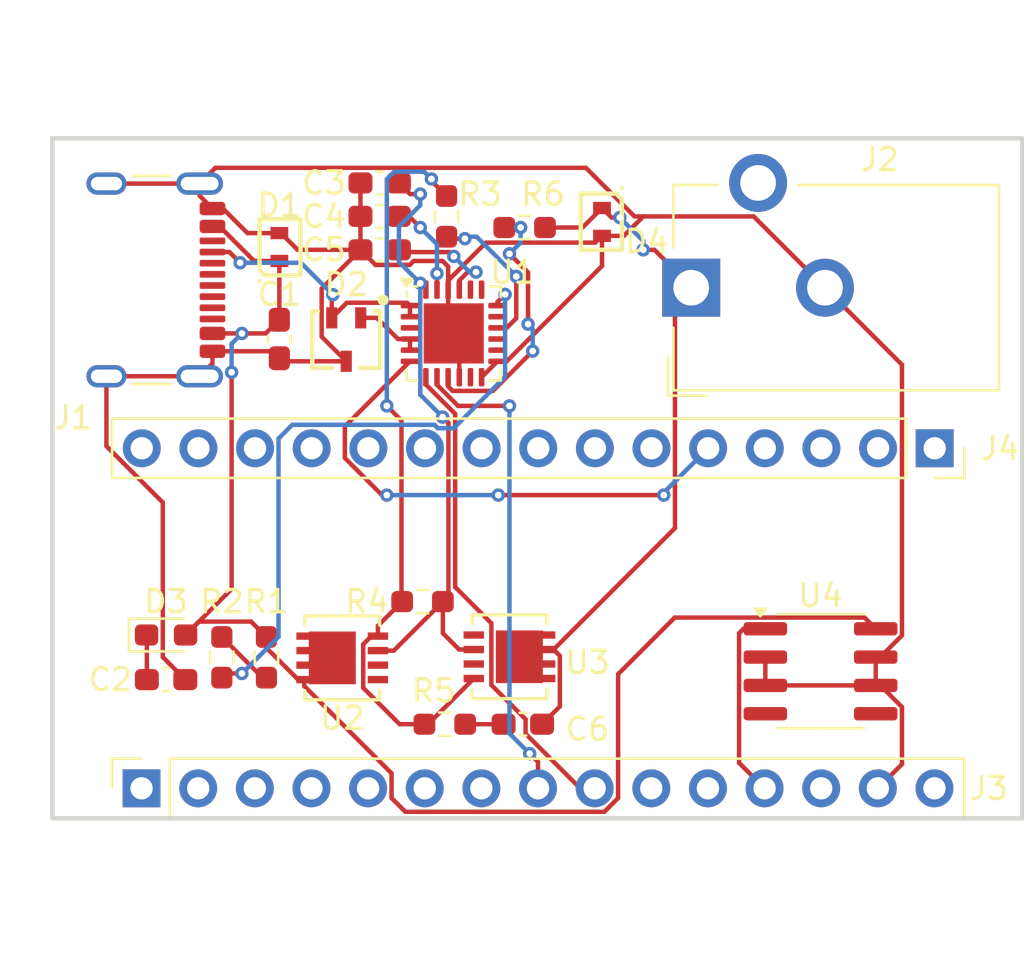
<source format=kicad_pcb>
(kicad_pcb (version 20241229) (generator "pcbnew") (generator_version "9.0")
  (layers (0 "F.Cu" signal) (2 "B.Cu" signal) (13 "F.Paste" user) (15 "B.Paste" user) (5 "F.SilkS" user "F.Silkscreen") (7 "B.SilkS" user "B.Silkscreen") (1 "F.Mask" user) (3 "B.Mask" user) (25 "Edge.Cuts" user))
  (net 0 "")
  (net 1 "Net-(A1-+5V)")
  (net 2 "GND")
  (net 3 "Net-(D1-K)")
  (net 4 "Net-(D3-K)")
  (net 5 "Net-(U1-VDD)")
  (net 6 "Net-(U1-VREG_2V7)")
  (net 7 "Net-(U1-VREG_1V2)")
  (net 8 "Net-(D4-K)")
  (net 9 "Net-(C6-Pad1)")
  (net 10 "Net-(J1-CC2)")
  (net 11 "Net-(J1-CC1)")
  (net 12 "Net-(R1-Pad2)")
  (net 13 "Net-(U1-VBUS_VS_DISCH)")
  (net 14 "Net-(U1-VBUS_EN_SNK)")
  (net 15 "Net-(U2-G)")
  (net 16 "Net-(U1-DISCH)")
  (net 58 "Net-(A1-D2)")
  (net 59 "Net-(A1-A4)")
  (net 60 "Net-(A1-A5)")
  (footprint "STL6P3LLH6:POWERFLAT_3P3X3P3_STM" (layer "F.Cu") (at 151.5 100.3 180)
    (property "Reference" "U2" (at 0 -2.7 0) (layer "F.SilkS"))
    (property "Value" "STL6P3LLH6" (hide yes))
    (fp_poly (pts (xy 1.4986 -1.1811) (xy -0.6096 -1.1811) (xy -0.6096 1.1811) (xy 1.4986 1.1811)) (fill yes) (layer "F.Cu"))
    (pad "1" smd rect (at -1.6002 -0.974999 180) (size 0.9144 0.3302) (layers "F.Cu" "F.Mask" "F.Paste"))
    (pad "2" smd rect (at -1.6002 -0.325001 180) (size 0.9144 0.3302) (layers "F.Cu" "F.Mask" "F.Paste"))
    (pad "3" smd rect (at -1.6002 0.325001 180) (size 0.9144 0.3302) (layers "F.Cu" "F.Mask" "F.Paste") (net 5 "Net-(U1-VDD)"))
    (pad "4" smd rect (at -1.6002 0.974999 180) (size 0.9144 0.3302) (layers "F.Cu" "F.Mask" "F.Paste") (net 15 "Net-(U2-G)"))
    (pad "5" smd rect (at 1.6002 0.974999 180) (size 0.9144 0.3302) (layers "F.Cu" "F.Mask" "F.Paste"))
    (pad "6" smd rect (at 1.6002 0.325001 180) (size 0.9144 0.3302) (layers "F.Cu" "F.Mask" "F.Paste"))
    (pad "7" smd rect (at 1.6002 -0.325001 180) (size 0.9144 0.3302) (layers "F.Cu" "F.Mask" "F.Paste"))
    (pad "8" smd rect (at 1.6002 -0.974999 180) (size 0.9144 0.3302) (layers "F.Cu" "F.Mask" "F.Paste") (net 3 "Net-(D1-K)"))
  )
  (footprint "Connector_PinSocket_2.54mm:PinSocket_1x15_P2.54mm_Vertical" (layer "F.Cu") (at 142.5 106.15 90)
    (property "Reference" "J3" (at 0 38 180) (layer "F.SilkS"))
    (property "Value" "Conn_01x15_Socket")
    (pad "1" thru_hole rect (at 0 0 90) (size 1.7 1.7) (drill 1) (layers "*.Cu" "*.Mask"))
    (pad "2" thru_hole circle (at 0 2.54 90) (size 1.7 1.7) (drill 1) (layers "*.Cu" "*.Mask"))
    (pad "3" thru_hole circle (at 0 5.08 90) (size 1.7 1.7) (drill 1) (layers "*.Cu" "*.Mask"))
    (pad "4" thru_hole circle (at 0 7.62 90) (size 1.7 1.7) (drill 1) (layers "*.Cu" "*.Mask"))
    (pad "5" thru_hole circle (at 0 10.16 90) (size 1.7 1.7) (drill 1) (layers "*.Cu" "*.Mask"))
    (pad "6" thru_hole circle (at 0 12.7 90) (size 1.7 1.7) (drill 1) (layers "*.Cu" "*.Mask"))
    (pad "7" thru_hole circle (at 0 15.24 90) (size 1.7 1.7) (drill 1) (layers "*.Cu" "*.Mask"))
    (pad "8" thru_hole circle (at 0 17.78 90) (size 1.7 1.7) (drill 1) (layers "*.Cu" "*.Mask") (net 59 "Net-(A1-A4)"))
    (pad "9" thru_hole circle (at 0 20.32 90) (size 1.7 1.7) (drill 1) (layers "*.Cu" "*.Mask") (net 60 "Net-(A1-A5)"))
    (pad "10" thru_hole circle (at 0 22.86 90) (size 1.7 1.7) (drill 1) (layers "*.Cu" "*.Mask"))
    (pad "11" thru_hole circle (at 0 25.4 90) (size 1.7 1.7) (drill 1) (layers "*.Cu" "*.Mask"))
    (pad "12" thru_hole circle (at 0 27.94 90) (size 1.7 1.7) (drill 1) (layers "*.Cu" "*.Mask") (net 1 "Net-(A1-+5V)"))
    (pad "13" thru_hole circle (at 0 30.48 90) (size 1.7 1.7) (drill 1) (layers "*.Cu" "*.Mask"))
    (pad "14" thru_hole circle (at 0 33.02 90) (size 1.7 1.7) (drill 1) (layers "*.Cu" "*.Mask") (net 2 "GND"))
    (pad "15" thru_hole circle (at 0 35.56 90) (size 1.7 1.7) (drill 1) (layers "*.Cu" "*.Mask"))
  )
  (footprint "Capacitor_SMD:C_0603_1608Metric_Pad1.08x0.95mm_HandSolder" (layer "F.Cu") (at 143.6002 101.274999)
    (property "Reference" "C2" (at -2.5 0 0) (layer "F.SilkS"))
    (property "Value" "1μF")
    (pad "1" smd roundrect (at -0.8625 0) (size 1.075 0.95) (layers "F.Cu" "F.Mask" "F.Paste") (net 4 "Net-(D3-K)"))
    (pad "2" smd roundrect (at 0.8625 0) (size 1.075 0.95) (layers "F.Cu" "F.Mask" "F.Paste") (net 2 "GND"))
  )
  (footprint "ST_1610:ST_1610" (layer "F.Cu") (at 148.68 81.875 90)
    (property "Reference" "D1" (at 1.875 0 180) (layer "F.SilkS"))
    (property "Value" "ESDA25P35-1U1M" (hide yes))
    (pad "1" smd rect (at -0.625 0 90) (size 0.55 0.8) (layers "F.Cu" "F.Mask" "F.Paste") (net 3 "Net-(D1-K)"))
    (pad "2" smd rect (at 0.625 0 90) (size 0.55 0.8) (layers "F.Cu" "F.Mask" "F.Paste") (net 2 "GND"))
  )
  (footprint "Resistor_SMD:R_0603_1608Metric_Pad0.98x0.95mm_HandSolder" (layer "F.Cu") (at 148.1002 100.274999 -90)
    (property "Reference" "R1" (at -2.5 0 180) (layer "F.SilkS"))
    (property "Value" "470R")
    (pad "1" smd roundrect (at -0.9125 0 270) (size 0.975 0.95) (layers "F.Cu" "F.Mask" "F.Paste") (net 3 "Net-(D1-K)"))
    (pad "2" smd roundrect (at 0.9125 0 270) (size 0.975 0.95) (layers "F.Cu" "F.Mask" "F.Paste") (net 12 "Net-(R1-Pad2)"))
  )
  (footprint "STL6P3LLH6:POWERFLAT_3P3X3P3_STM" (layer "F.Cu") (at 159 100.249998)
    (property "Reference" "U3" (at 3.5 0.250002 0) (layer "F.SilkS"))
    (property "Value" "STL6P3LLH6")
    (fp_poly (pts (xy 1.4986 -1.1811) (xy -0.6096 -1.1811) (xy -0.6096 1.1811) (xy 1.4986 1.1811)) (fill yes) (layer "F.Cu"))
    (pad "1" smd rect (at -1.6002 -0.974999) (size 0.9144 0.3302) (layers "F.Cu" "F.Mask" "F.Paste"))
    (pad "2" smd rect (at -1.6002 -0.325001) (size 0.9144 0.3302) (layers "F.Cu" "F.Mask" "F.Paste") (net 5 "Net-(U1-VDD)"))
    (pad "3" smd rect (at -1.6002 0.325001) (size 0.9144 0.3302) (layers "F.Cu" "F.Mask" "F.Paste"))
    (pad "4" smd rect (at -1.6002 0.974999) (size 0.9144 0.3302) (layers "F.Cu" "F.Mask" "F.Paste") (net 15 "Net-(U2-G)"))
    (pad "5" smd rect (at 1.6002 0.974999) (size 0.9144 0.3302) (layers "F.Cu" "F.Mask" "F.Paste"))
    (pad "6" smd rect (at 1.6002 0.325001) (size 0.9144 0.3302) (layers "F.Cu" "F.Mask" "F.Paste"))
    (pad "7" smd rect (at 1.6002 -0.325001) (size 0.9144 0.3302) (layers "F.Cu" "F.Mask" "F.Paste") (net 8 "Net-(D4-K)"))
    (pad "8" smd rect (at 1.6002 -0.974999) (size 0.9144 0.3302) (layers "F.Cu" "F.Mask" "F.Paste"))
  )
  (footprint "Package_DFN_QFN:QFN-24-1EP_4x4mm_P0.5mm_EP2.7x2.7mm" (layer "F.Cu") (at 156.5 85.75)
    (property "Reference" "U1" (at 2.6425 -2.75 0) (layer "F.SilkS"))
    (property "Value" "STUSB4500QTR")
    (pad "1" smd roundrect (at -1.9625 -1.25) (size 0.825 0.25) (layers "F.Cu" "F.Mask" "F.Paste") (net 11 "Net-(J1-CC1)"))
    (pad "2" smd roundrect (at -1.9625 -0.75) (size 0.825 0.25) (layers "F.Cu" "F.Mask" "F.Paste") (net 11 "Net-(J1-CC1)"))
    (pad "3" smd roundrect (at -1.9625 -0.25) (size 0.825 0.25) (layers "F.Cu" "F.Mask" "F.Paste"))
    (pad "4" smd roundrect (at -1.9625 0.25) (size 0.825 0.25) (layers "F.Cu" "F.Mask" "F.Paste") (net 10 "Net-(J1-CC2)"))
    (pad "5" smd roundrect (at -1.9625 0.75) (size 0.825 0.25) (layers "F.Cu" "F.Mask" "F.Paste") (net 10 "Net-(J1-CC2)"))
    (pad "6" smd roundrect (at -1.9625 1.25) (size 0.825 0.25) (layers "F.Cu" "F.Mask" "F.Paste") (net 58 "Net-(A1-D2)"))
    (pad "7" smd roundrect (at -1.25 1.9625) (size 0.25 0.825) (layers "F.Cu" "F.Mask" "F.Paste") (net 60 "Net-(A1-A5)"))
    (pad "8" smd roundrect (at -0.75 1.9625) (size 0.25 0.825) (layers "F.Cu" "F.Mask" "F.Paste") (net 59 "Net-(A1-A4)"))
    (pad "9" smd roundrect (at -0.25 1.9625) (size 0.25 0.825) (layers "F.Cu" "F.Mask" "F.Paste") (net 16 "Net-(U1-DISCH)"))
    (pad "10" smd roundrect (at 0.25 1.9625) (size 0.25 0.825) (layers "F.Cu" "F.Mask" "F.Paste") (net 2 "GND"))
    (pad "11" smd roundrect (at 0.75 1.9625) (size 0.25 0.825) (layers "F.Cu" "F.Mask" "F.Paste"))
    (pad "12" smd roundrect (at 1.25 1.9625) (size 0.25 0.825) (layers "F.Cu" "F.Mask" "F.Paste") (net 2 "GND"))
    (pad "13" smd roundrect (at 1.9625 1.25) (size 0.825 0.25) (layers "F.Cu" "F.Mask" "F.Paste") (net 2 "GND"))
    (pad "14" smd roundrect (at 1.9625 0.75) (size 0.825 0.25) (layers "F.Cu" "F.Mask" "F.Paste"))
    (pad "15" smd roundrect (at 1.9625 0.25) (size 0.825 0.25) (layers "F.Cu" "F.Mask" "F.Paste"))
    (pad "16" smd roundrect (at 1.9625 -0.25) (size 0.825 0.25) (layers "F.Cu" "F.Mask" "F.Paste") (net 14 "Net-(U1-VBUS_EN_SNK)"))
    (pad "17" smd roundrect (at 1.9625 -0.75) (size 0.825 0.25) (layers "F.Cu" "F.Mask" "F.Paste"))
    (pad "18" smd roundrect (at 1.9625 -1.25) (size 0.825 0.25) (layers "F.Cu" "F.Mask" "F.Paste") (net 13 "Net-(U1-VBUS_VS_DISCH)"))
    (pad "19" smd roundrect (at 1.25 -1.9625) (size 0.25 0.825) (layers "F.Cu" "F.Mask" "F.Paste"))
    (pad "20" smd roundrect (at 0.75 -1.9625) (size 0.25 0.825) (layers "F.Cu" "F.Mask" "F.Paste"))
    (pad "21" smd roundrect (at 0.25 -1.9625) (size 0.25 0.825) (layers "F.Cu" "F.Mask" "F.Paste") (net 7 "Net-(U1-VREG_1V2)"))
    (pad "22" smd roundrect (at -0.25 -1.9625) (size 0.25 0.825) (layers "F.Cu" "F.Mask" "F.Paste") (net 2 "GND"))
    (pad "23" smd roundrect (at -0.75 -1.9625) (size 0.25 0.825) (layers "F.Cu" "F.Mask" "F.Paste") (net 6 "Net-(U1-VREG_2V7)"))
    (pad "24" smd roundrect (at -1.25 -1.9625) (size 0.25 0.825) (layers "F.Cu" "F.Mask" "F.Paste") (net 5 "Net-(U1-VDD)"))
    (pad "25" smd rect (at 0 0) (size 2.7 2.7) (property pad_prop_heatsink) (layers "F.Cu" "F.Mask") (net 2 "GND"))
  )
  (footprint "Capacitor_SMD:C_0603_1608Metric_Pad1.08x0.95mm_HandSolder" (layer "F.Cu") (at 153.18 79)
    (property "Reference" "C3" (at -2.5 0 0) (layer "F.SilkS"))
    (property "Value" "1μF")
    (pad "1" smd roundrect (at -0.8625 0) (size 1.075 0.95) (layers "F.Cu" "F.Mask" "F.Paste") (net 2 "GND"))
    (pad "2" smd roundrect (at 0.8625 0) (size 1.075 0.95) (layers "F.Cu" "F.Mask" "F.Paste") (net 5 "Net-(U1-VDD)"))
  )
  (footprint "Resistor_SMD:R_0603_1608Metric_Pad0.98x0.95mm_HandSolder" (layer "F.Cu") (at 146.1002 100.274999 -90)
    (property "Reference" "R2" (at -2.5 0 180) (layer "F.SilkS"))
    (property "Value" "1kR")
    (pad "1" smd roundrect (at -0.9125 0 270) (size 0.975 0.95) (layers "F.Cu" "F.Mask" "F.Paste") (net 12 "Net-(R1-Pad2)"))
    (pad "2" smd roundrect (at 0.9125 0 270) (size 0.975 0.95) (layers "F.Cu" "F.Mask" "F.Paste") (net 13 "Net-(U1-VBUS_VS_DISCH)"))
  )
  (footprint "Resistor_SMD:R_0603_1608Metric_Pad0.98x0.95mm_HandSolder" (layer "F.Cu") (at 155.1002 97.774999)
    (property "Reference" "R4" (at -2.5 0 0) (layer "F.SilkS"))
    (property "Value" "100kR")
    (pad "1" smd roundrect (at -0.9125 0) (size 0.975 0.95) (layers "F.Cu" "F.Mask" "F.Paste") (net 15 "Net-(U2-G)"))
    (pad "2" smd roundrect (at 0.9125 0) (size 0.975 0.95) (layers "F.Cu" "F.Mask" "F.Paste") (net 5 "Net-(U1-VDD)"))
  )
  (footprint "Diode_SMD:D_0603_1608Metric_Pad1.05x0.95mm_HandSolder" (layer "F.Cu") (at 143.6002 99.274999)
    (property "Reference" "D3" (at 0 -1.5 0) (layer "F.SilkS"))
    (property "Value" "D")
    (pad "1" smd roundrect (at -0.875 0) (size 1.05 0.95) (layers "F.Cu" "F.Mask" "F.Paste") (net 4 "Net-(D3-K)"))
    (pad "2" smd roundrect (at 0.875 0) (size 1.05 0.95) (layers "F.Cu" "F.Mask" "F.Paste") (net 3 "Net-(D1-K)"))
  )
  (footprint "Capacitor_SMD:C_0603_1608Metric_Pad1.08x0.95mm_HandSolder" (layer "F.Cu") (at 148.68 86 -90)
    (property "Reference" "C1" (at -2 0 180) (layer "F.SilkS"))
    (property "Value" "4.7 μF")
    (pad "1" smd roundrect (at -0.8625 0 270) (size 1.075 0.95) (layers "F.Cu" "F.Mask" "F.Paste") (net 3 "Net-(D1-K)"))
    (pad "2" smd roundrect (at 0.8625 0 270) (size 1.075 0.95) (layers "F.Cu" "F.Mask" "F.Paste") (net 2 "GND"))
  )
  (footprint "ST_1610:ST_1610" (layer "F.Cu") (at 163.15 80.75 -90)
    (property "Reference" "D4" (at 0.875 -2 180) (layer "F.SilkS"))
    (property "Value" "ESDA25P35-1U1M" (hide yes))
    (pad "1" smd rect (at -0.625 0 270) (size 0.55 0.8) (layers "F.Cu" "F.Mask" "F.Paste") (net 8 "Net-(D4-K)"))
    (pad "2" smd rect (at 0.625 0 270) (size 0.55 0.8) (layers "F.Cu" "F.Mask" "F.Paste") (net 2 "GND"))
  )
  (footprint "Capacitor_SMD:C_0603_1608Metric_Pad1.08x0.95mm_HandSolder" (layer "F.Cu") (at 153.18 80.5)
    (property "Reference" "C4" (at -2.5 0 0) (layer "F.SilkS"))
    (property "Value" "1μF")
    (pad "1" smd roundrect (at -0.8625 0) (size 1.075 0.95) (layers "F.Cu" "F.Mask" "F.Paste") (net 2 "GND"))
    (pad "2" smd roundrect (at 0.8625 0) (size 1.075 0.95) (layers "F.Cu" "F.Mask" "F.Paste") (net 6 "Net-(U1-VREG_2V7)"))
  )
  (footprint "Connector_PinSocket_2.54mm:PinSocket_1x15_P2.54mm_Vertical" (layer "F.Cu") (at 178.07 90.9 -90)
    (property "Reference" "J4" (at 0 -2.93 0) (layer "F.SilkS"))
    (property "Value" "Conn_01x15_Socket")
    (pad "1" thru_hole rect (at 0 0 270) (size 1.7 1.7) (drill 1) (layers "*.Cu" "*.Mask"))
    (pad "2" thru_hole circle (at 0 2.54 270) (size 1.7 1.7) (drill 1) (layers "*.Cu" "*.Mask"))
    (pad "3" thru_hole circle (at 0 5.08 270) (size 1.7 1.7) (drill 1) (layers "*.Cu" "*.Mask"))
    (pad "4" thru_hole circle (at 0 7.62 270) (size 1.7 1.7) (drill 1) (layers "*.Cu" "*.Mask"))
    (pad "5" thru_hole circle (at 0 10.16 270) (size 1.7 1.7) (drill 1) (layers "*.Cu" "*.Mask") (net 58 "Net-(A1-D2)"))
    (pad "6" thru_hole circle (at 0 12.7 270) (size 1.7 1.7) (drill 1) (layers "*.Cu" "*.Mask"))
    (pad "7" thru_hole circle (at 0 15.24 270) (size 1.7 1.7) (drill 1) (layers "*.Cu" "*.Mask"))
    (pad "8" thru_hole circle (at 0 17.78 270) (size 1.7 1.7) (drill 1) (layers "*.Cu" "*.Mask"))
    (pad "9" thru_hole circle (at 0 20.32 270) (size 1.7 1.7) (drill 1) (layers "*.Cu" "*.Mask"))
    (pad "10" thru_hole circle (at 0 22.86 270) (size 1.7 1.7) (drill 1) (layers "*.Cu" "*.Mask"))
    (pad "11" thru_hole circle (at 0 25.4 270) (size 1.7 1.7) (drill 1) (layers "*.Cu" "*.Mask"))
    (pad "12" thru_hole circle (at 0 27.94 270) (size 1.7 1.7) (drill 1) (layers "*.Cu" "*.Mask"))
    (pad "13" thru_hole circle (at 0 30.48 270) (size 1.7 1.7) (drill 1) (layers "*.Cu" "*.Mask"))
    (pad "14" thru_hole circle (at 0 33.02 270) (size 1.7 1.7) (drill 1) (layers "*.Cu" "*.Mask"))
    (pad "15" thru_hole circle (at 0 35.56 270) (size 1.7 1.7) (drill 1) (layers "*.Cu" "*.Mask"))
  )
  (footprint "Connector_BarrelJack:BarrelJack_CUI_PJ-102AH_Horizontal" (layer "F.Cu") (at 167.15 83.7 90)
    (property "Reference" "J2" (at 5.75 8.45 0) (layer "F.SilkS"))
    (property "Value" "Barrel_Jack")
    (pad "1" thru_hole rect (at 0 0 90) (size 2.6 2.6) (drill 1.6) (layers "*.Cu" "*.Mask") (net 8 "Net-(D4-K)"))
    (pad "2" thru_hole circle (at 0 6 90) (size 2.6 2.6) (drill 1.6) (layers "*.Cu" "*.Mask") (net 2 "GND"))
    (pad "3" thru_hole circle (at 4.7 3 90) (size 2.6 2.6) (drill 1.6) (layers "*.Cu" "*.Mask"))
  )
  (footprint "Resistor_SMD:R_0603_1608Metric_Pad0.98x0.95mm_HandSolder" (layer "F.Cu") (at 156.1002 103.274999 180)
    (property "Reference" "R5" (at 0.5 1.5 0) (layer "F.SilkS"))
    (property "Value" "100R")
    (pad "1" smd roundrect (at -0.9125 0 180) (size 0.975 0.95) (layers "F.Cu" "F.Mask" "F.Paste") (net 9 "Net-(C6-Pad1)"))
    (pad "2" smd roundrect (at 0.9125 0 180) (size 0.975 0.95) (layers "F.Cu" "F.Mask" "F.Paste") (net 15 "Net-(U2-G)"))
  )
  (footprint "Package_SO:SOIC-8_3.9x4.9mm_P1.27mm" (layer "F.Cu") (at 172.95 100.9)
    (property "Reference" "U4" (at 0 -3.4 0) (layer "F.SilkS"))
    (property "Value" "LM2931-5.0_SO8")
    (pad "1" smd roundrect (at -2.475 -1.905) (size 1.95 0.6) (layers "F.Cu" "F.Mask" "F.Paste") (net 1 "Net-(A1-+5V)"))
    (pad "2" smd roundrect (at -2.475 -0.635) (size 1.95 0.6) (layers "F.Cu" "F.Mask" "F.Paste") (net 2 "GND"))
    (pad "3" smd roundrect (at -2.475 0.635) (size 1.95 0.6) (layers "F.Cu" "F.Mask" "F.Paste") (net 2 "GND"))
    (pad "4" smd roundrect (at -2.475 1.905) (size 1.95 0.6) (layers "F.Cu" "F.Mask" "F.Paste"))
    (pad "5" smd roundrect (at 2.475 1.905) (size 1.95 0.6) (layers "F.Cu" "F.Mask" "F.Paste"))
    (pad "6" smd roundrect (at 2.475 0.635) (size 1.95 0.6) (layers "F.Cu" "F.Mask" "F.Paste") (net 2 "GND"))
    (pad "7" smd roundrect (at 2.475 -0.635) (size 1.95 0.6) (layers "F.Cu" "F.Mask" "F.Paste") (net 2 "GND"))
    (pad "8" smd roundrect (at 2.475 -1.905) (size 1.95 0.6) (layers "F.Cu" "F.Mask" "F.Paste") (net 3 "Net-(D1-K)"))
  )
  (footprint "Connector_USB:USB_C_Receptacle_GCT_USB4105-xx-A_16P_TopMnt_Horizontal" (layer "F.Cu") (at 142 83.35 -90)
    (property "Reference" "J1" (at 6.18 2.575 0) (layer "F.SilkS"))
    (property "Value" "USB_C_Receptacle_PowerOnly_6P")
    (pad "" np_thru_hole circle (at -2.89 -2.605 270) (size 0.65 0.65) (drill 0.65) (layers "*.Cu" "*.Mask"))
    (pad "" np_thru_hole circle (at 2.89 -2.605 270) (size 0.65 0.65) (drill 0.65) (layers "*.Cu" "*.Mask"))
    (pad "A5" smd roundrect (at -1.25 -3.68 270) (size 0.3 1.15) (layers "F.Cu" "F.Mask" "F.Paste") (net 11 "Net-(J1-CC1)"))
    (pad "A6" smd roundrect (at -0.25 -3.68 270) (size 0.3 1.15) (layers "F.Cu" "F.Mask" "F.Paste"))
    (pad "A7" smd roundrect (at 0.25 -3.68 270) (size 0.3 1.15) (layers "F.Cu" "F.Mask" "F.Paste"))
    (pad "A8" smd roundrect (at 1.25 -3.68 270) (size 0.3 1.15) (layers "F.Cu" "F.Mask" "F.Paste"))
    (pad "A9" smd roundrect (at 2.4 -3.68 270) (size 0.6 1.15) (layers "F.Cu" "F.Mask" "F.Paste") (net 3 "Net-(D1-K)"))
    (pad "A12" smd roundrect (at 3.2 -3.68 270) (size 0.6 1.15) (layers "F.Cu" "F.Mask" "F.Paste") (net 2 "GND"))
    (pad "B5" smd roundrect (at 1.75 -3.68 270) (size 0.3 1.15) (layers "F.Cu" "F.Mask" "F.Paste") (net 10 "Net-(J1-CC2)"))
    (pad "B6" smd roundrect (at 0.75 -3.68 270) (size 0.3 1.15) (layers "F.Cu" "F.Mask" "F.Paste"))
    (pad "B7" smd roundrect (at -0.75 -3.68 270) (size 0.3 1.15) (layers "F.Cu" "F.Mask" "F.Paste"))
    (pad "B8" smd roundrect (at -1.75 -3.68 270) (size 0.3 1.15) (layers "F.Cu" "F.Mask" "F.Paste"))
    (pad "B9" smd roundrect (at -2.4 -3.68 270) (size 0.6 1.15) (layers "F.Cu" "F.Mask" "F.Paste") (net 3 "Net-(D1-K)"))
    (pad "B12" smd roundrect (at -3.2 -3.68 270) (size 0.6 1.15) (layers "F.Cu" "F.Mask" "F.Paste") (net 2 "GND"))
    (pad "S1" thru_hole oval (at -4.32 -3.105 270) (size 1 2.1) (drill oval 0.6 1.7) (property pad_prop_heatsink) (layers "*.Cu" "*.Mask" "F.Paste") (net 2 "GND"))
    (pad "S1" thru_hole oval (at -4.32 1.075 270) (size 1 1.8) (drill oval 0.6 1.4) (property pad_prop_heatsink) (layers "*.Cu" "*.Mask" "F.Paste") (net 2 "GND"))
    (pad "S1" thru_hole oval (at 4.32 -3.105 270) (size 1 2.1) (drill oval 0.6 1.7) (property pad_prop_heatsink) (layers "*.Cu" "*.Mask" "F.Paste") (net 2 "GND"))
    (pad "S1" thru_hole oval (at 4.32 1.075 270) (size 1 1.8) (drill oval 0.6 1.4) (property pad_prop_heatsink) (layers "*.Cu" "*.Mask" "F.Paste") (net 2 "GND"))
  )
  (footprint "Capacitor_SMD:C_0603_1608Metric_Pad1.08x0.95mm_HandSolder" (layer "F.Cu") (at 153.18 82)
    (property "Reference" "C5" (at -2.5 0 0) (layer "F.SilkS"))
    (property "Value" "1μF")
    (pad "1" smd roundrect (at -0.8625 0) (size 1.075 0.95) (layers "F.Cu" "F.Mask" "F.Paste") (net 2 "GND"))
    (pad "2" smd roundrect (at 0.8625 0) (size 1.075 0.95) (layers "F.Cu" "F.Mask" "F.Paste") (net 7 "Net-(U1-VREG_1V2)"))
  )
  (footprint "Capacitor_SMD:C_0603_1608Metric_Pad1.08x0.95mm_HandSolder" (layer "F.Cu") (at 159.6002 103.274999)
    (property "Reference" "C6" (at 2.8998 0.225001 0) (layer "F.SilkS"))
    (property "Value" "100nF")
    (pad "1" smd roundrect (at -0.8625 0) (size 1.075 0.95) (layers "F.Cu" "F.Mask" "F.Paste") (net 9 "Net-(C6-Pad1)"))
    (pad "2" smd roundrect (at 0.8625 0) (size 1.075 0.95) (layers "F.Cu" "F.Mask" "F.Paste") (net 8 "Net-(D4-K)"))
  )
  (footprint "Resistor_SMD:R_0603_1608Metric_Pad0.98x0.95mm_HandSolder" (layer "F.Cu") (at 159.68 81)
    (property "Reference" "R6" (at 0.82 -1.5 0) (layer "F.SilkS"))
    (property "Value" "1kR")
    (pad "1" smd roundrect (at -0.9125 0) (size 0.975 0.95) (layers "F.Cu" "F.Mask" "F.Paste") (net 16 "Net-(U1-DISCH)"))
    (pad "2" smd roundrect (at 0.9125 0) (size 0.975 0.95) (layers "F.Cu" "F.Mask" "F.Paste") (net 8 "Net-(D4-K)"))
  )
  (footprint "ST_SOT323-3L:ST_SOT323-3L" (layer "F.Cu") (at 151.68 86.025 -90)
    (property "Reference" "D2" (at -2.475 0 180) (layer "F.SilkS"))
    (property "Value" "ESDA25W")
    (pad "1" smd rect (at -0.975 -0.65) (size 0.5 0.95) (layers "F.Cu" "F.Mask" "F.Paste") (net 10 "Net-(J1-CC2)"))
    (pad "2" smd rect (at -0.975 0.65) (size 0.5 0.95) (layers "F.Cu" "F.Mask" "F.Paste") (net 11 "Net-(J1-CC1)"))
    (pad "3" smd rect (at 0.975 0) (size 0.5 0.95) (layers "F.Cu" "F.Mask" "F.Paste") (net 2 "GND"))
  )
  (footprint "Resistor_SMD:R_0603_1608Metric_Pad0.98x0.95mm_HandSolder" (layer "F.Cu") (at 156.18 80.5 -90)
    (property "Reference" "R3" (at -1 -1.5 180) (layer "F.SilkS"))
    (property "Value" "22kR")
    (pad "1" smd roundrect (at -0.9125 0 270) (size 0.975 0.95) (layers "F.Cu" "F.Mask" "F.Paste") (net 15 "Net-(U2-G)"))
    (pad "2" smd roundrect (at 0.9125 0 270) (size 0.975 0.95) (layers "F.Cu" "F.Mask" "F.Paste") (net 14 "Net-(U1-VBUS_EN_SNK)"))
  )
  (gr_rect (start 138.5 77) (end 182 107.5) (stroke (width 0.2)) (fill no) (layer "Edge.Cuts"))
  (segment (start 170.44 106.15) (end 169.2974 105.0074) (width 0.2) (layer "F.Cu") (net 1))
  (segment (start 169.2974 105.0074) (end 169.2974 99.197601) (width 0.2) (layer "F.Cu") (net 1))
  (segment (start 169.2974 99.197601) (end 169.500001 98.995) (width 0.2) (layer "F.Cu") (net 1))
  (segment (start 169.500001 98.995) (end 170.475 98.995) (width 0.2) (layer "F.Cu") (net 1))
  (segment (start 150.5774 83.7401) (end 152.3175 82) (width 0.2) (layer "F.Cu") (net 2))
  (segment (start 145.105 87.67) (end 140.925 87.67) (width 0.2) (layer "F.Cu") (net 2))
  (segment (start 158.874999 87) (end 163.15 82.724999) (width 0.2) (layer "F.Cu") (net 2))
  (segment (start 152.3175 82) (end 152.3175 80.5) (width 0.2) (layer "F.Cu") (net 2))
  (segment (start 146.15 80.15) (end 147.25 81.25) (width 0.2) (layer "F.Cu") (net 2))
  (segment (start 148.68 86.8625) (end 148.8625 86.8625) (width 0.2) (layer "F.Cu") (net 2))
  (segment (start 151.68 87) (end 150.5774 85.8974) (width 0.2) (layer "F.Cu") (net 2))
  (segment (start 156.5 85.75) (end 156.25 85.5) (width 0.2) (layer "F.Cu") (net 2))
  (segment (start 154.708976 82.5) (end 156 82.5) (width 0.2) (layer "F.Cu") (net 2))
  (segment (start 145.68 86.55) (end 148.3675 86.55) (width 0.2) (layer "F.Cu") (net 2))
  (segment (start 148.8625 86.8625) (end 149 87) (width 0.2) (layer "F.Cu") (net 2))
  (segment (start 145.68 87.095) (end 145.105 87.67) (width 0.2) (layer "F.Cu") (net 2))
  (segment (start 163.15 82.724999) (end 163.15 81.375) (width 0.2) (layer "F.Cu") (net 2))
  (segment (start 156.75 86) (end 156.75 87.7125) (width 0.2) (layer "F.Cu") (net 2))
  (segment (start 173.15 83.7) (end 169.9526 80.5026) (width 0.2) (layer "F.Cu") (net 2))
  (segment (start 175.425 101.535) (end 175.63281 101.535) (width 0.2) (layer "F.Cu") (net 2))
  (segment (start 145.68 80.15) (end 146.15 80.15) (width 0.2) (layer "F.Cu") (net 2))
  (segment (start 157.947401 81.6776) (end 162.8474 81.6776) (width 0.2) (layer "F.Cu") (net 2))
  (segment (start 145.105 79.03) (end 145.105 79.575) (width 0.2) (layer "F.Cu") (net 2))
  (segment (start 152.9951 82.6776) (end 154.531376 82.6776) (width 0.2) (layer "F.Cu") (net 2))
  (segment (start 164.6078 80.5026) (end 162.4276 78.3224) (width 0.2) (layer "F.Cu") (net 2))
  (segment (start 175.425 100.265) (end 175.425 101.535) (width 0.2) (layer "F.Cu") (net 2))
  (segment (start 156.25 83.375001) (end 157.947401 81.6776) (width 0.2) (layer "F.Cu") (net 2))
  (segment (start 152.3175 82) (end 152.9951 82.6776) (width 0.2) (layer "F.Cu") (net 2))
  (segment (start 175.63281 101.535) (end 176.6026 102.50479) (width 0.2) (layer "F.Cu") (net 2))
  (segment (start 156.25 83.7875) (end 156.25 83.375001) (width 0.2) (layer "F.Cu") (net 2))
  (segment (start 147.25 81.25) (end 148.68 81.25) (width 0.2) (layer "F.Cu") (net 2))
  (segment (start 175.425 101.535) (end 170.475 101.535) (width 0.2) (layer "F.Cu") (net 2))
  (segment (start 170.475 100.265) (end 170.475 101.535) (width 0.2) (layer "F.Cu") (net 2))
  (segment (start 162.4276 78.3224) (end 145.8126 78.3224) (width 0.2) (layer "F.Cu") (net 2))
  (segment (start 154.531376 82.6776) (end 154.708976 82.5) (width 0.2) (layer "F.Cu") (net 2))
  (segment (start 156.25 82.75) (end 156.25 83.375001) (width 0.2) (layer "F.Cu") (net 2))
  (segment (start 145.68 86.55) (end 145.68 87.095) (width 0.2) (layer "F.Cu") (net 2))
  (segment (start 149.5 82) (end 152.3175 82) (width 0.2) (layer "F.Cu") (net 2))
  (segment (start 156 82.5) (end 156.25 82.75) (width 0.2) (layer "F.Cu") (net 2))
  (segment (start 143.4528 100.265099) (end 143.4528 93.331402) (width 0.2) (layer "F.Cu") (net 2))
  (segment (start 140.925 79.03) (end 145.105 79.03) (width 0.2) (layer "F.Cu") (net 2))
  (segment (start 158.4625 87) (end 158.874999 87) (width 0.2) (layer "F.Cu") (net 2))
  (segment (start 152.3175 80.5) (end 152.3175 79) (width 0.2) (layer "F.Cu") (net 2))
  (segment (start 176.6026 87.1526) (end 176.6026 99.29521) (width 0.2) (layer "F.Cu") (net 2))
  (segment (start 145.105 79.575) (end 145.68 80.15) (width 0.2) (layer "F.Cu") (net 2))
  (segment (start 164.1276 81.375) (end 163.15 81.375) (width 0.2) (layer "F.Cu") (net 2))
  (segment (start 176.6026 102.50479) (end 176.6026 105.0674) (width 0.2) (layer "F.Cu") (net 2))
  (segment (start 175.63281 100.265) (end 175.425 100.265) (width 0.2) (layer "F.Cu") (net 2))
  (segment (start 140.925 90.803602) (end 140.925 87.67) (width 0.2) (layer "F.Cu") (net 2))
  (segment (start 156.5 85.75) (end 156.75 86) (width 0.2) (layer "F.Cu") (net 2))
  (segment (start 176.6026 105.0674) (end 175.52 106.15) (width 0.2) (layer "F.Cu") (net 2))
  (segment (start 165 80.5026) (end 164.6078 80.5026) (width 0.2) (layer "F.Cu") (net 2))
  (segment (start 148.3675 86.55) (end 148.68 86.8625) (width 0.2) (layer "F.Cu") (net 2))
  (segment (start 148.75 81.25) (end 149.5 82) (width 0.2) (layer "F.Cu") (net 2))
  (segment (start 156.25 85.5) (end 156.25 83.7875) (width 0.2) (layer "F.Cu") (net 2))
  (segment (start 145.8126 78.3224) (end 145.105 79.03) (width 0.2) (layer "F.Cu") (net 2))
  (segment (start 157.75 87.7125) (end 158.4625 87) (width 0.2) (layer "F.Cu") (net 2))
  (segment (start 176.6026 99.29521) (end 175.63281 100.265) (width 0.2) (layer "F.Cu") (net 2))
  (segment (start 173.15 83.7) (end 176.6026 87.1526) (width 0.2) (layer "F.Cu") (net 2))
  (segment (start 144.4627 101.274999) (end 143.4528 100.265099) (width 0.2) (layer "F.Cu") (net 2))
  (segment (start 162.8474 81.6776) (end 163.15 81.375) (width 0.2) (layer "F.Cu") (net 2))
  (segment (start 169.9526 80.5026) (end 165 80.5026) (width 0.2) (layer "F.Cu") (net 2))
  (segment (start 165 80.5026) (end 164.1276 81.375) (width 0.2) (layer "F.Cu") (net 2))
  (segment (start 143.4528 93.331402) (end 140.925 90.803602) (width 0.2) (layer "F.Cu") (net 2))
  (segment (start 149 87) (end 151.68 87) (width 0.2) (layer "F.Cu") (net 2))
  (segment (start 150.5774 85.8974) (end 150.5774 83.7401) (width 0.2) (layer "F.Cu") (net 2))
  (segment (start 148.68 81.25) (end 148.75 81.25) (width 0.2) (layer "F.Cu") (net 2))
  (segment (start 153.7126 105.47882) (end 149.7988 101.56502) (width 0.2) (layer "F.Cu") (net 3))
  (segment (start 145.0778 98.672399) (end 147.4101 98.672399) (width 0.2) (layer "F.Cu") (net 3))
  (segment (start 148.68 85.1375) (end 148.0675 85.75) (width 0.2) (layer "F.Cu") (net 3))
  (segment (start 147.549664 82.5) (end 145.999664 80.95) (width 0.2) (layer "F.Cu") (net 3))
  (segment (start 147 85.75) (end 145.68 85.75) (width 0.2) (layer "F.Cu") (net 3))
  (segment (start 148.1002 99.362499) (end 148.1002 99.852901) (width 0.2) (layer "F.Cu") (net 3))
  (segment (start 163.256002 107.2026) (end 154.329198 107.2026) (width 0.2) (layer "F.Cu") (net 3))
  (segment (start 147.4101 98.672399) (end 148.1002 99.362499) (width 0.2) (layer "F.Cu") (net 3))
  (segment (start 163.8726 101.031575) (end 163.8726 106.586002) (width 0.2) (layer "F.Cu") (net 3))
  (segment (start 153.7126 106.586002) (end 153.7126 105.47882) (width 0.2) (layer "F.Cu") (net 3))
  (segment (start 149.522298 101.274999) (end 149.7988 101.274999) (width 0.2) (layer "F.Cu") (net 3))
  (segment (start 144.4752 99.274999) (end 146.53889 97.211309) (width 0.2) (layer "F.Cu") (net 3))
  (segment (start 145.999664 80.95) (end 145.68 80.95) (width 0.2) (layer "F.Cu") (net 3))
  (segment (start 166.411775 98.4924) (end 163.8726 101.031575) (width 0.2) (layer "F.Cu") (net 3))
  (segment (start 148.1002 99.852901) (end 149.522298 101.274999) (width 0.2) (layer "F.Cu") (net 3))
  (segment (start 175.425 98.995) (end 174.9224 98.4924) (width 0.2) (layer "F.Cu") (net 3))
  (segment (start 148.0675 85.75) (end 147 85.75) (width 0.2) (layer "F.Cu") (net 3))
  (segment (start 144.4752 99.274999) (end 145.0778 98.672399) (width 0.2) (layer "F.Cu") (net 3))
  (segment (start 174.9224 98.4924) (end 166.411775 98.4924) (width 0.2) (layer "F.Cu") (net 3))
  (segment (start 149.7988 101.56502) (end 149.7988 101.274999) (width 0.2) (layer "F.Cu") (net 3))
  (segment (start 154.329198 107.2026) (end 153.7126 106.586002) (width 0.2) (layer "F.Cu") (net 3))
  (segment (start 148.68 85.1375) (end 148.68 82.5) (width 0.2) (layer "F.Cu") (net 3))
  (segment (start 163.8726 106.586002) (end 163.256002 107.2026) (width 0.2) (layer "F.Cu") (net 3))
  (segment (start 148.68 82.5) (end 147.549664 82.5) (width 0.2) (layer "F.Cu") (net 3))
  (segment (start 146.53889 97.211309) (end 146.53889 87.492176) (width 0.2) (layer "F.Cu") (net 3))
  (via (at 146.53889 87.492176) (size 0.6) (drill 0.3) (layers "F.Cu" "B.Cu") (net 3))
  (via (at 147 85.75) (size 0.6) (drill 0.3) (layers "F.Cu" "B.Cu") (net 3))
  (segment (start 146.53889 87.492176) (end 146.53889 86.21111) (width 0.2) (layer "B.Cu") (net 3))
  (segment (start 146.53889 86.21111) (end 147 85.75) (width 0.2) (layer "B.Cu") (net 3))
  (segment (start 142.7377 101.274999) (end 142.7377 99.287499) (width 0.2) (layer "F.Cu") (net 4))
  (segment (start 142.7377 99.287499) (end 142.7252 99.274999) (width 0.2) (layer "F.Cu") (net 4))
  (segment (start 156 89.5) (end 156.2626 89.7626) (width 0.2) (layer "F.Cu") (net 5))
  (segment (start 153.8127 99.974999) (end 153.1002 99.974999) (width 0.2) (layer "F.Cu") (net 5))
  (segment (start 156.0127 97.774999) (end 153.8127 99.974999) (width 0.2) (layer "F.Cu") (net 5))
  (segment (start 156.0127 99.195097) (end 156.7426 99.924997) (width 0.2) (layer "F.Cu") (net 5))
  (segment (start 155.25 83.7875) (end 155.25 83.75) (width 0.2) (layer "F.Cu") (net 5))
  (segment (start 155 79.5) (end 154.5425 79.5) (width 0.2) (layer "F.Cu") (net 5))
  (segment (start 156.7426 99.924997) (end 157.3998 99.924997) (width 0.2) (layer "F.Cu") (net 5))
  (segment (start 154.5425 79.5) (end 154.0425 79) (width 0.2) (layer "F.Cu") (net 5))
  (segment (start 156.2626 97.525099) (end 156.0127 97.774999) (width 0.2) (layer "F.Cu") (net 5))
  (segment (start 155.25 83.75) (end 155 83.5) (width 0.2) (layer "F.Cu") (net 5))
  (segment (start 156.0127 97.774999) (end 156.0127 99.195097) (width 0.2) (layer "F.Cu") (net 5))
  (segment (start 156.2626 89.7626) (end 156.2626 97.525099) (width 0.2) (layer "F.Cu") (net 5))
  (via (at 155 79.5) (size 0.6) (drill 0.3) (layers "F.Cu" "B.Cu") (net 5))
  (via (at 155 83.5) (size 0.6) (drill 0.3) (layers "F.Cu" "B.Cu") (net 5))
  (via (at 156 89.5) (size 0.6) (drill 0.3) (layers "F.Cu" "B.Cu") (net 5))
  (segment (start 155 83.5) (end 155 88.5) (width 0.2) (layer "B.Cu") (net 5))
  (segment (start 155 88.5) (end 156 89.5) (width 0.2) (layer "B.Cu") (net 5))
  (segment (start 154.0425 80.9575) (end 155 80) (width 0.2) (layer "B.Cu") (net 5))
  (segment (start 155 83.5) (end 154.0425 82.5425) (width 0.2) (layer "B.Cu") (net 5))
  (segment (start 154.0425 82.5425) (end 154.0425 80.9575) (width 0.2) (layer "B.Cu") (net 5))
  (segment (start 155 80) (end 155 79.5) (width 0.2) (layer "B.Cu") (net 5))
  (segment (start 154.5 80.5) (end 155 81) (width 0.2) (layer "F.Cu") (net 6))
  (segment (start 155.7484 83.062501) (end 155.7484 83.7859) (width 0.2) (layer "F.Cu") (net 6))
  (segment (start 154.0425 80.5) (end 154.5 80.5) (width 0.2) (layer "F.Cu") (net 6))
  (segment (start 155.7484 83.7859) (end 155.75 83.7875) (width 0.2) (layer "F.Cu") (net 6))
  (via (at 155 81) (size 0.6) (drill 0.3) (layers "F.Cu" "B.Cu") (net 6))
  (via (at 155.7484 83.062501) (size 0.6) (drill 0.3) (layers "F.Cu" "B.Cu") (net 6))
  (segment (start 155 81) (end 155.7484 81.7484) (width 0.2) (layer "B.Cu") (net 6))
  (segment (start 155.7484 81.7484) (end 155.7484 83.062501) (width 0.2) (layer "B.Cu") (net 6))
  (segment (start 156.31197 82.1026) (end 154.1451 82.1026) (width 0.2) (layer "F.Cu") (net 7))
  (segment (start 156.75 83.375001) (end 157.125001 83) (width 0.2) (layer "F.Cu") (net 7))
  (segment (start 154.1451 82.1026) (end 154.0425 82) (width 0.2) (layer "F.Cu") (net 7))
  (segment (start 156.75 83.7875) (end 156.75 83.375001) (width 0.2) (layer "F.Cu") (net 7))
  (segment (start 156.505705 82.296335) (end 156.31197 82.1026) (width 0.2) (layer "F.Cu") (net 7))
  (segment (start 157.125001 83) (end 157.5 83) (width 0.2) (layer "F.Cu") (net 7))
  (via (at 157.5 83) (size 0.6) (drill 0.3) (layers "F.Cu" "B.Cu") (net 7))
  (via (at 156.505705 82.296335) (size 0.6) (drill 0.3) (layers "F.Cu" "B.Cu") (net 7))
  (segment (start 157.20937 83) (end 156.505705 82.296335) (width 0.2) (layer "B.Cu") (net 7))
  (segment (start 157.5 83) (end 157.20937 83) (width 0.2) (layer "B.Cu") (net 7))
  (segment (start 167.15 83.65) (end 165.5 82) (width 0.2) (layer "F.Cu") (net 8))
  (segment (start 160.5925 81) (end 162.275 81) (width 0.2) (layer "F.Cu") (net 8))
  (segment (start 163.577085 80.552085) (end 163.15 80.125) (width 0.2) (layer "F.Cu") (net 8))
  (segment (start 161.26 100.207299) (end 160.977698 99.924997) (width 0.2) (layer "F.Cu") (net 8))
  (segment (start 160.4627 103.274999) (end 161.26 102.477699) (width 0.2) (layer "F.Cu") (net 8))
  (segment (start 160.977698 99.924997) (end 160.977702 99.924997) (width 0.2) (layer "F.Cu") (net 8))
  (segment (start 160.977702 99.924997) (end 166.4226 94.480099) (width 0.2) (layer "F.Cu") (net 8))
  (segment (start 163.947915 80.552085) (end 163.577085 80.552085) (width 0.2) (layer "F.Cu") (net 8))
  (segment (start 167.15 83.7) (end 167.15 83.65) (width 0.2) (layer "F.Cu") (net 8))
  (segment (start 165.5 82) (end 165 82) (width 0.2) (layer "F.Cu") (net 8))
  (segment (start 162.275 81) (end 163.15 80.125) (width 0.2) (layer "F.Cu") (net 8))
  (segment (start 161.26 102.477699) (end 161.26 100.207299) (width 0.2) (layer "F.Cu") (net 8))
  (segment (start 166.4226 94.480099) (end 166.4226 84.4274) (width 0.2) (layer "F.Cu") (net 8))
  (segment (start 166.4226 84.4274) (end 167.15 83.7) (width 0.2) (layer "F.Cu") (net 8))
  (via (at 163.947915 80.552085) (size 0.6) (drill 0.3) (layers "F.Cu" "B.Cu") (net 8))
  (via (at 165 82) (size 0.6) (drill 0.3) (layers "F.Cu" "B.Cu") (net 8))
  (segment (start 165 81.60417) (end 163.947915 80.552085) (width 0.2) (layer "B.Cu") (net 8))
  (segment (start 165 82) (end 165 81.60417) (width 0.2) (layer "B.Cu") (net 8))
  (segment (start 157.0127 103.274999) (end 158.7377 103.274999) (width 0.2) (layer "F.Cu") (net 9))
  (segment (start 154 86) (end 153.05 85.05) (width 0.2) (layer "F.Cu") (net 10))
  (segment (start 153.05 85.05) (end 152.33 85.05) (width 0.2) (layer "F.Cu") (net 10))
  (segment (start 154.5375 86) (end 154 86) (width 0.2) (layer "F.Cu") (net 10))
  (segment (start 154.5375 86.5) (end 154.5375 86) (width 0.2) (layer "F.Cu") (net 10))
  (segment (start 154.4099 84.3724) (end 154.5375 84.5) (width 0.2) (layer "F.Cu") (net 11))
  (segment (start 146.920147 82.579853) (end 146.440294 82.1) (width 0.2) (layer "F.Cu") (net 11))
  (segment (start 151.03 85.05) (end 151.03 84.062435) (width 0.2) (layer "F.Cu") (net 11))
  (segment (start 151.03 85.05) (end 151.7076 84.3724) (width 0.2) (layer "F.Cu") (net 11))
  (segment (start 151.7076 84.3724) (end 154.4099 84.3724) (width 0.2) (layer "F.Cu") (net 11))
  (segment (start 146.440294 82.1) (end 145.68 82.1) (width 0.2) (layer "F.Cu") (net 11))
  (segment (start 154.5375 84.5) (end 154.5375 85) (width 0.2) (layer "F.Cu") (net 11))
  (segment (start 151.03 84.062435) (end 151.079 84.013435) (width 0.2) (layer "F.Cu") (net 11))
  (via (at 146.920147 82.579853) (size 0.6) (drill 0.3) (layers "F.Cu" "B.Cu") (net 11))
  (via (at 151.079 84.013435) (size 0.6) (drill 0.3) (layers "F.Cu" "B.Cu") (net 11))
  (segment (start 151.079 84.013435) (end 149.645418 82.579853) (width 0.2) (layer "B.Cu") (net 11))
  (segment (start 149.645418 82.579853) (end 146.920147 82.579853) (width 0.2) (layer "B.Cu") (net 11))
  (segment (start 147.9252 101.187499) (end 146.1002 99.362499) (width 0.2) (layer "F.Cu") (net 12))
  (segment (start 148.1002 101.187499) (end 147.9252 101.187499) (width 0.2) (layer "F.Cu") (net 12))
  (segment (start 146.287699 101) (end 146.1002 101.187499) (width 0.2) (layer "F.Cu") (net 13))
  (segment (start 158.4625 84.341615) (end 158.804115 84) (width 0.2) (layer "F.Cu") (net 13))
  (segment (start 147 101) (end 146.287699 101) (width 0.2) (layer "F.Cu") (net 13))
  (segment (start 158.4625 84.5) (end 158.4625 84.341615) (width 0.2) (layer "F.Cu") (net 13))
  (via (at 158.804115 84) (size 0.6) (drill 0.3) (layers "F.Cu" "B.Cu") (net 13))
  (via (at 147 101) (size 0.6) (drill 0.3) (layers "F.Cu" "B.Cu") (net 13))
  (segment (start 155.636616 89.8474) (end 149.259198 89.8474) (width 0.2) (layer "B.Cu") (net 13))
  (segment (start 148.6426 98.5) (end 148.6426 99.3574) (width 0.2) (layer "B.Cu") (net 13))
  (segment (start 155.791816 90.0026) (end 155.636616 89.8474) (width 0.2) (layer "B.Cu") (net 13))
  (segment (start 148.6426 90.463998) (end 148.6426 98.5) (width 0.2) (layer "B.Cu") (net 13))
  (segment (start 149.259198 89.8474) (end 148.6426 90.463998) (width 0.2) (layer "B.Cu") (net 13))
  (segment (start 158.804115 87.695885) (end 156.4974 90.0026) (width 0.2) (layer "B.Cu") (net 13))
  (segment (start 156.4974 90.0026) (end 155.791816 90.0026) (width 0.2) (layer "B.Cu") (net 13))
  (segment (start 148.6426 99.3574) (end 147 101) (width 0.2) (layer "B.Cu") (net 13))
  (segment (start 158.804115 84) (end 158.804115 87.695885) (width 0.2) (layer "B.Cu") (net 13))
  (segment (start 156.2675 81.5) (end 156.18 81.4125) (width 0.2) (layer "F.Cu") (net 14))
  (segment (start 157 81.5) (end 156.2675 81.5) (width 0.2) (layer "F.Cu") (net 14))
  (segment (start 159.305715 85.069284) (end 159.305715 83.194285) (width 0.2) (layer "F.Cu") (net 14))
  (segment (start 158.874999 85.5) (end 159.305715 85.069284) (width 0.2) (layer "F.Cu") (net 14))
  (segment (start 158.4625 85.5) (end 158.874999 85.5) (width 0.2) (layer "F.Cu") (net 14))
  (via (at 157 81.5) (size 0.6) (drill 0.3) (layers "F.Cu" "B.Cu") (net 14))
  (via (at 159.305715 83.194285) (size 0.6) (drill 0.3) (layers "F.Cu" "B.Cu") (net 14))
  (segment (start 157.52393 81.4125) (end 157.0875 81.4125) (width 0.2) (layer "B.Cu") (net 14))
  (segment (start 159.305715 83.194285) (end 157.52393 81.4125) (width 0.2) (layer "B.Cu") (net 14))
  (segment (start 157.0875 81.4125) (end 157 81.5) (width 0.2) (layer "B.Cu") (net 14))
  (segment (start 152.8081 99.325001) (end 153.1002 99.325001) (width 0.2) (layer "F.Cu") (net 15))
  (segment (start 155.1877 103.274999) (end 155.349798 103.274999) (width 0.2) (layer "F.Cu") (net 15))
  (segment (start 154.1574 89.6574) (end 153.5 89) (width 0.2) (layer "F.Cu") (net 15))
  (segment (start 152.4404 101.642699) (end 152.4404 99.692701) (width 0.2) (layer "F.Cu") (net 15))
  (segment (start 154.1877 97.774999) (end 154.1574 97.744699) (width 0.2) (layer "F.Cu") (net 15))
  (segment (start 154.1574 97.744699) (end 154.1574 89.6574) (width 0.2) (layer "F.Cu") (net 15))
  (segment (start 155.5 78.9075) (end 156.18 79.5875) (width 0.2) (layer "F.Cu") (net 15))
  (segment (start 153.1002 98.862499) (end 153.1002 99.325001) (width 0.2) (layer "F.Cu") (net 15))
  (segment (start 152.4404 99.692701) (end 152.8081 99.325001) (width 0.2) (layer "F.Cu") (net 15))
  (segment (start 155.5 78.824) (end 155.5 78.9075) (width 0.2) (layer "F.Cu") (net 15))
  (segment (start 155.349798 103.274999) (end 157.3998 101.224997) (width 0.2) (layer "F.Cu") (net 15))
  (segment (start 154.1877 97.774999) (end 153.1002 98.862499) (width 0.2) (layer "F.Cu") (net 15))
  (segment (start 154.0727 103.274999) (end 152.4404 101.642699) (width 0.2) (layer "F.Cu") (net 15))
  (segment (start 155.1877 103.274999) (end 154.0727 103.274999) (width 0.2) (layer "F.Cu") (net 15))
  (via (at 153.5 89) (size 0.6) (drill 0.3) (layers "F.Cu" "B.Cu") (net 15))
  (via (at 155.5 78.824) (size 0.6) (drill 0.3) (layers "F.Cu" "B.Cu") (net 15))
  (segment (start 153.834316 78.4974) (end 155.0899 78.4974) (width 0.2) (layer "B.Cu") (net 15))
  (segment (start 153.5 78.831716) (end 153.834316 78.4974) (width 0.2) (layer "B.Cu") (net 15))
  (segment (start 153.5 89) (end 153.5 78.831716) (width 0.2) (layer "B.Cu") (net 15))
  (segment (start 155.0899 78.4974) (end 155.1734 78.4974) (width 0.2) (layer "B.Cu") (net 15))
  (segment (start 155.1734 78.4974) (end 155.5 78.824) (width 0.2) (layer "B.Cu") (net 15))
  (segment (start 156.25 87.7125) (end 156.25 88.124999) (width 0.2) (layer "F.Cu") (net 16))
  (segment (start 159.832814 83.012014) (end 159 82.1792) (width 0.2) (layer "F.Cu") (net 16))
  (segment (start 159.832814 85.332815) (end 159.832814 83.012014) (width 0.2) (layer "F.Cu") (net 16))
  (segment (start 156.452601 88.3276) (end 158.25677 88.3276) (width 0.2) (layer "F.Cu") (net 16))
  (segment (start 156.25 88.124999) (end 156.452601 88.3276) (width 0.2) (layer "F.Cu") (net 16))
  (segment (start 158.25677 88.3276) (end 160.042185 86.542185) (width 0.2) (layer "F.Cu") (net 16))
  (segment (start 159.5 81) (end 158.7675 81) (width 0.2) (layer "F.Cu") (net 16))
  (via (at 159.832814 85.332815) (size 0.6) (drill 0.3) (layers "F.Cu" "B.Cu") (net 16))
  (via (at 160.042185 86.542185) (size 0.6) (drill 0.3) (layers "F.Cu" "B.Cu") (net 16))
  (via (at 159.5 81) (size 0.6) (drill 0.3) (layers "F.Cu" "B.Cu") (net 16))
  (via (at 159 82.1792) (size 0.6) (drill 0.3) (layers "F.Cu" "B.Cu") (net 16))
  (segment (start 160.042185 86.542185) (end 160.042185 85.542186) (width 0.2) (layer "B.Cu") (net 16))
  (segment (start 160.042185 85.542186) (end 159.832814 85.332815) (width 0.2) (layer "B.Cu") (net 16))
  (segment (start 159.5 81.6792) (end 159.5 81) (width 0.2) (layer "B.Cu") (net 16))
  (segment (start 159.47335 81.70585) (end 159.5 81.6792) (width 0.2) (layer "B.Cu") (net 16))
  (segment (start 159 82.1792) (end 159.47335 81.70585) (width 0.2) (layer "B.Cu") (net 16))
  (segment (start 151.6174 89.9201) (end 151.6174 91.336002) (width 0.2) (layer "F.Cu") (net 58))
  (segment (start 154.5375 87) (end 151.6174 89.9201) (width 0.2) (layer "F.Cu") (net 58))
  (segment (start 151.6174 91.336002) (end 153.281398 93) (width 0.2) (layer "F.Cu") (net 58))
  (segment (start 153.281398 93) (end 153.5 93) (width 0.2) (layer "F.Cu") (net 58))
  (segment (start 158.4984 93) (end 165.921 93) (width 0.2) (layer "F.Cu") (net 58))
  (via (at 165.921 93) (size 0.6) (drill 0.3) (layers "F.Cu" "B.Cu") (net 58))
  (via (at 158.4984 93) (size 0.6) (drill 0.3) (layers "F.Cu" "B.Cu") (net 58))
  (via (at 153.5 93) (size 0.6) (drill 0.3) (layers "F.Cu" "B.Cu") (net 58))
  (segment (start 158.5 93) (end 158.4984 93) (width 0.2) (layer "B.Cu") (net 58))
  (segment (start 165.921 93) (end 165.921 92.889) (width 0.2) (layer "B.Cu") (net 58))
  (segment (start 165.921 92.889) (end 167.91 90.9) (width 0.2) (layer "B.Cu") (net 58))
  (segment (start 153.5 93) (end 158.5 93) (width 0.2) (layer "B.Cu") (net 58))
  (segment (start 160.28 104.968146) (end 159.905927 104.594073) (width 0.2) (layer "F.Cu") (net 59))
  (segment (start 156.697059 89) (end 155.75 88.052941) (width 0.2) (layer "F.Cu") (net 59))
  (segment (start 155.75 88.052941) (end 155.75 87.7125) (width 0.2) (layer "F.Cu") (net 59))
  (segment (start 160.28 106.15) (end 160.28 104.968146) (width 0.2) (layer "F.Cu") (net 59))
  (segment (start 159 89) (end 156.697059 89) (width 0.2) (layer "F.Cu") (net 59))
  (via (at 159 89) (size 0.6) (drill 0.3) (layers "F.Cu" "B.Cu") (net 59))
  (via (at 159.905927 104.594073) (size 0.6) (drill 0.3) (layers "F.Cu" "B.Cu") (net 59))
  (segment (start 159 103.688146) (end 159 89) (width 0.2) (layer "B.Cu") (net 59))
  (segment (start 159.905927 104.594073) (end 159 103.688146) (width 0.2) (layer "B.Cu") (net 59))
  (segment (start 155.25 88.039216) (end 156.5652 89.354416) (width 0.2) (layer "F.Cu") (net 60))
  (segment (start 155.25 87.7125) (end 155.25 88.039216) (width 0.2) (layer "F.Cu") (net 60))
  (segment (start 156.5652 89.354416) (end 156.5652 97.125018) (width 0.2) (layer "F.Cu") (net 60))
  (segment (start 158.1878 101.515018) (end 159.7226 103.049818) (width 0.2) (layer "F.Cu") (net 60))
  (segment (start 162.171225 106.15) (end 162.82 106.15) (width 0.2) (layer "F.Cu") (net 60))
  (segment (start 159.7226 103.701375) (end 162.171225 106.15) (width 0.2) (layer "F.Cu") (net 60))
  (segment (start 156.5652 97.125018) (end 158.1878 98.747618) (width 0.2) (layer "F.Cu") (net 60))
  (segment (start 158.1878 98.747618) (end 158.1878 101.515018) (width 0.2) (layer "F.Cu") (net 60))
  (segment (start 159.7226 103.049818) (end 159.7226 103.701375) (width 0.2) (layer "F.Cu") (net 60))
)
</source>
